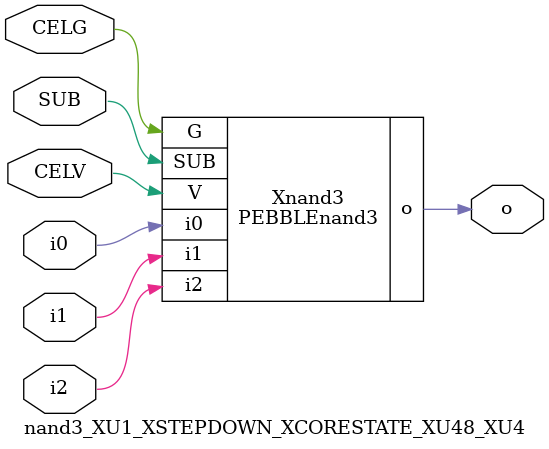
<source format=v>



module PEBBLEnand3 ( o, G, SUB, V, i0, i1, i2 );

  input i0;
  input V;
  input i2;
  input i1;
  input G;
  output o;
  input SUB;
endmodule

//Celera Confidential Do Not Copy nand3_XU1_XSTEPDOWN_XCORESTATE_XU48_XU4
//Celera Confidential Symbol Generator
//5V Inverter
module nand3_XU1_XSTEPDOWN_XCORESTATE_XU48_XU4 (CELV,CELG,i0,i1,i2,o,SUB);
input CELV;
input CELG;
input i0;
input i1;
input i2;
input SUB;
output o;

//Celera Confidential Do Not Copy nand3
PEBBLEnand3 Xnand3(
.V (CELV),
.i0 (i0),
.i1 (i1),
.i2 (i2),
.o (o),
.SUB (SUB),
.G (CELG)
);
//,diesize,PEBBLEnand3

//Celera Confidential Do Not Copy Module End
//Celera Schematic Generator
endmodule

</source>
